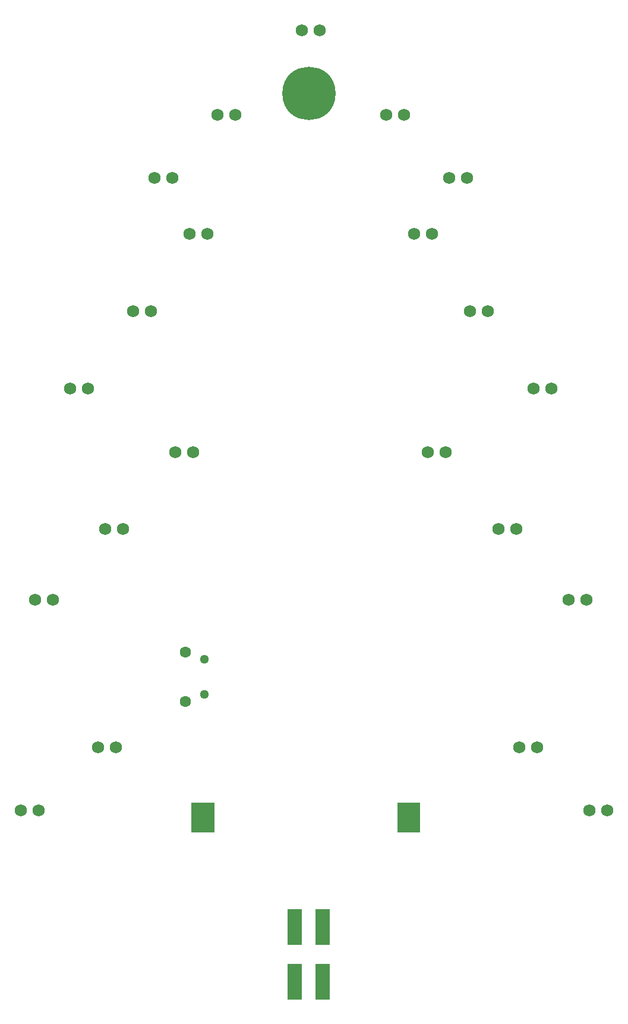
<source format=gbr>
G04 start of page 7 for group -4062 idx -4062 *
G04 Title: (unknown), soldermask *
G04 Creator: pcb 20140316 *
G04 CreationDate: Wed 05 Dec 2018 13:19:10 GMT UTC *
G04 For: david *
G04 Format: Gerber/RS-274X *
G04 PCB-Dimensions (mil): 5803.15 7874.02 *
G04 PCB-Coordinate-Origin: lower left *
%MOIN*%
%FSLAX25Y25*%
%LNBOTTOMMASK*%
%ADD75R,0.0815X0.0815*%
%ADD74R,0.1287X0.1287*%
%ADD73C,0.2992*%
%ADD72C,0.0512*%
%ADD71C,0.0630*%
%ADD70C,0.0680*%
G54D70*X35433Y330709D03*
X45433D03*
X78740Y366142D03*
X88740D03*
X43307Y448819D03*
X53307D03*
X82677Y488189D03*
X92677D03*
X122047Y531496D03*
X132047D03*
G54D71*X127560Y419291D03*
Y391733D03*
G54D72*X138189Y415354D03*
Y395670D03*
G54D70*X129921Y653543D03*
X139921D03*
X255906D03*
X265906D03*
X62992Y566929D03*
X72992D03*
X98425Y610236D03*
X108425D03*
X263780Y531496D03*
X273780D03*
X287402Y610236D03*
X297402D03*
X322835Y566929D03*
X332835D03*
X192913Y767717D03*
X202913D03*
G54D73*X196850Y732283D03*
G54D70*X145669Y720472D03*
X155669D03*
X110236Y685039D03*
X120236D03*
X275591D03*
X285591D03*
X240157Y720472D03*
X250157D03*
X354331Y330709D03*
X364331D03*
X314961Y366142D03*
X324961D03*
X342520Y448819D03*
X352520D03*
X303150Y488189D03*
X313150D03*
G54D74*X137559Y328661D02*Y324725D01*
G54D75*X204724Y240551D02*Y228741D01*
Y271259D02*Y259449D01*
X188976Y228741D02*Y240551D01*
Y271259D02*Y259449D01*
G54D74*X252913Y328661D02*Y324725D01*
M02*

</source>
